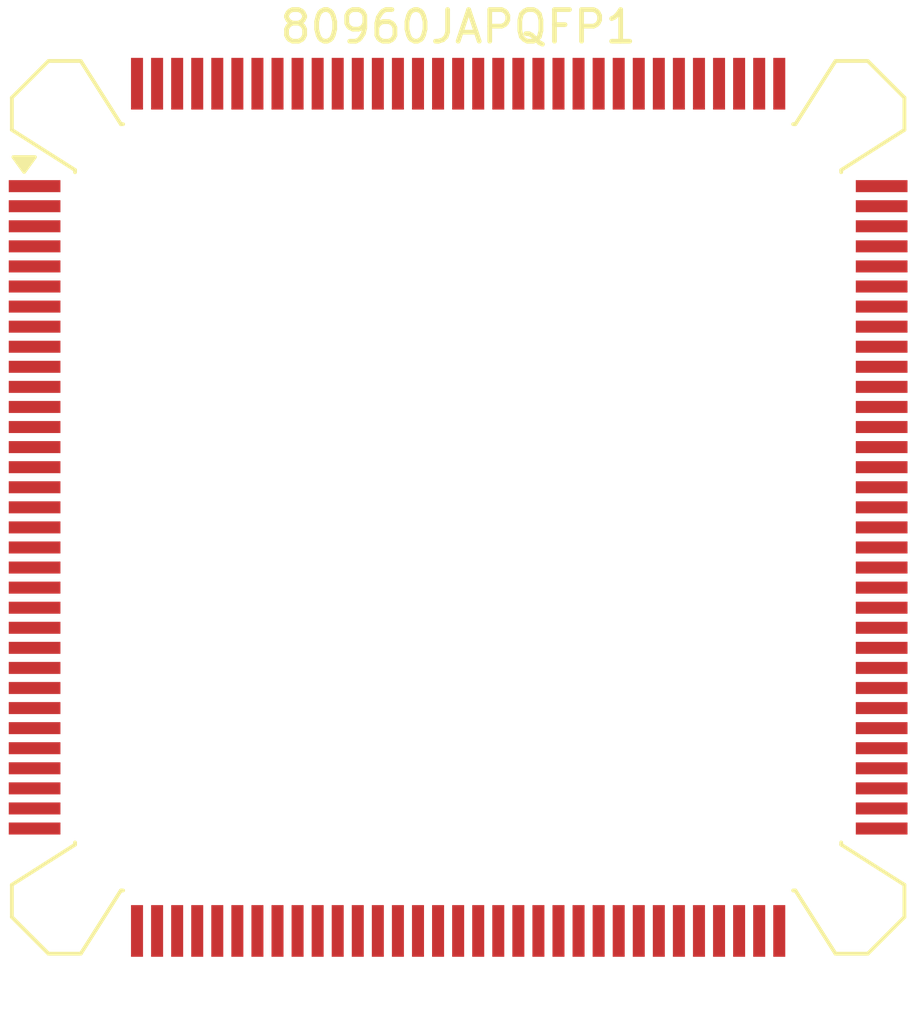
<source format=kicad_pcb>
(kicad_pcb (version 20240108) (generator "pcbnew") (generator_version "8.0")
  (layers (0 "F.Cu" signal) (31 "B.Cu" signal) (34 "B.Paste" user) (35 "F.Paste" user) (36 "B.SilkS" user "B.Silkscreen") (37 "F.SilkS" user "F.Silkscreen") (38 "B.Mask" user) (39 "F.Mask" user) (44 "Edge.Cuts" user))
  (net 0 "")
  (footprint "Package_QFP:PQFP-132_24x24mm_P0.635mm_i386" (layer "F.Cu") (at 145.94 77.65)
    (property "Reference" "80960JAPQFP1" (at 0 -15.2 0) (layer "F.SilkS"))
    (property "Value" "~")
    (fp_line (start -14.12 -12.96) (end -12.96 -14.12) (stroke (width 0.12)) (layer "F.SilkS"))
    (fp_line (start -14.12 -11.94) (end -14.12 -12.96) (stroke (width 0.12)) (layer "F.SilkS"))
    (fp_line (start -14.12 -11.94) (end -12.12 -10.67) (stroke (width 0.12)) (layer "F.SilkS"))
    (fp_line (start -14.12 11.94) (end -14.12 12.96) (stroke (width 0.12)) (layer "F.SilkS"))
    (fp_line (start -14.12 11.94) (end -12.12 10.67) (stroke (width 0.12)) (layer "F.SilkS"))
    (fp_line (start -14.12 12.96) (end -12.96 14.12) (stroke (width 0.12)) (layer "F.SilkS"))
    (fp_line (start -12.12 -10.67) (end -12.12 -10.6) (stroke (width 0.12)) (layer "F.SilkS"))
    (fp_line (start -12.12 10.67) (end -12.12 10.6) (stroke (width 0.12)) (layer "F.SilkS"))
    (fp_line (start -11.94 -14.12) (end -12.96 -14.12) (stroke (width 0.12)) (layer "F.SilkS"))
    (fp_line (start -11.94 14.12) (end -12.96 14.12) (stroke (width 0.12)) (layer "F.SilkS"))
    (fp_line (start -10.67 -12.12) (end -11.94 -14.12) (stroke (width 0.12)) (layer "F.SilkS"))
    (fp_line (start -10.67 12.12) (end -11.94 14.12) (stroke (width 0.12)) (layer "F.SilkS"))
    (fp_line (start -10.6 -12.12) (end -10.67 -12.12) (stroke (width 0.12)) (layer "F.SilkS"))
    (fp_line (start -10.6 12.12) (end -10.67 12.12) (stroke (width 0.12)) (layer "F.SilkS"))
    (fp_line (start 10.6 -12.12) (end 10.67 -12.12) (stroke (width 0.12)) (layer "F.SilkS"))
    (fp_line (start 10.6 12.12) (end 10.67 12.12) (stroke (width 0.12)) (layer "F.SilkS"))
    (fp_line (start 10.67 -12.12) (end 11.94 -14.12) (stroke (width 0.12)) (layer "F.SilkS"))
    (fp_line (start 10.67 12.12) (end 11.94 14.12) (stroke (width 0.12)) (layer "F.SilkS"))
    (fp_line (start 11.94 -14.12) (end 12.96 -14.12) (stroke (width 0.12)) (layer "F.SilkS"))
    (fp_line (start 11.94 14.12) (end 12.96 14.12) (stroke (width 0.12)) (layer "F.SilkS"))
    (fp_line (start 12.12 -10.67) (end 12.12 -10.6) (stroke (width 0.12)) (layer "F.SilkS"))
    (fp_line (start 12.12 10.67) (end 12.12 10.6) (stroke (width 0.12)) (layer "F.SilkS"))
    (fp_line (start 14.12 -12.96) (end 12.96 -14.12) (stroke (width 0.12)) (layer "F.SilkS"))
    (fp_line (start 14.12 -11.94) (end 12.12 -10.67) (stroke (width 0.12)) (layer "F.SilkS"))
    (fp_line (start 14.12 -11.94) (end 14.12 -12.96) (stroke (width 0.12)) (layer "F.SilkS"))
    (fp_line (start 14.12 11.94) (end 12.12 10.67) (stroke (width 0.12)) (layer "F.SilkS"))
    (fp_line (start 14.12 11.94) (end 14.12 12.96) (stroke (width 0.12)) (layer "F.SilkS"))
    (fp_line (start 14.12 12.96) (end 12.96 14.12) (stroke (width 0.12)) (layer "F.SilkS"))
    (fp_poly (pts (xy -13.73 -10.61) (xy -14.07 -11.08) (xy -13.39 -11.08) (xy -13.73 -10.61)) (stroke (width 0.12)) (fill solid) (layer "F.SilkS"))
    (pad "1" smd rect (at -13.4 -10.16) (size 1.635 0.38) (layers "F.Cu" "F.Paste" "F.Mask"))
    (pad "2" smd rect (at -13.4 -9.525) (size 1.635 0.38) (layers "F.Cu" "F.Paste" "F.Mask"))
    (pad "3" smd rect (at -13.4 -8.89) (size 1.635 0.38) (layers "F.Cu" "F.Paste" "F.Mask"))
    (pad "4" smd rect (at -13.4 -8.255) (size 1.635 0.38) (layers "F.Cu" "F.Paste" "F.Mask"))
    (pad "5" smd rect (at -13.4 -7.62) (size 1.635 0.38) (layers "F.Cu" "F.Paste" "F.Mask"))
    (pad "6" smd rect (at -13.4 -6.985) (size 1.635 0.38) (layers "F.Cu" "F.Paste" "F.Mask"))
    (pad "7" smd rect (at -13.4 -6.35) (size 1.635 0.38) (layers "F.Cu" "F.Paste" "F.Mask"))
    (pad "8" smd rect (at -13.4 -5.715) (size 1.635 0.38) (layers "F.Cu" "F.Paste" "F.Mask"))
    (pad "9" smd rect (at -13.4 -5.08) (size 1.635 0.38) (layers "F.Cu" "F.Paste" "F.Mask"))
    (pad "10" smd rect (at -13.4 -4.445) (size 1.635 0.38) (layers "F.Cu" "F.Paste" "F.Mask"))
    (pad "11" smd rect (at -13.4 -3.81) (size 1.635 0.38) (layers "F.Cu" "F.Paste" "F.Mask"))
    (pad "12" smd rect (at -13.4 -3.175) (size 1.635 0.38) (layers "F.Cu" "F.Paste" "F.Mask"))
    (pad "13" smd rect (at -13.4 -2.54) (size 1.635 0.38) (layers "F.Cu" "F.Paste" "F.Mask"))
    (pad "14" smd rect (at -13.4 -1.905) (size 1.635 0.38) (layers "F.Cu" "F.Paste" "F.Mask"))
    (pad "15" smd rect (at -13.4 -1.27) (size 1.635 0.38) (layers "F.Cu" "F.Paste" "F.Mask"))
    (pad "16" smd rect (at -13.4 -0.635) (size 1.635 0.38) (layers "F.Cu" "F.Paste" "F.Mask"))
    (pad "17" smd rect (at -13.4 0) (size 1.635 0.38) (layers "F.Cu" "F.Paste" "F.Mask"))
    (pad "18" smd rect (at -13.4 0.635) (size 1.635 0.38) (layers "F.Cu" "F.Paste" "F.Mask"))
    (pad "19" smd rect (at -13.4 1.27) (size 1.635 0.38) (layers "F.Cu" "F.Paste" "F.Mask"))
    (pad "20" smd rect (at -13.4 1.905) (size 1.635 0.38) (layers "F.Cu" "F.Paste" "F.Mask"))
    (pad "21" smd rect (at -13.4 2.54) (size 1.635 0.38) (layers "F.Cu" "F.Paste" "F.Mask"))
    (pad "22" smd rect (at -13.4 3.175) (size 1.635 0.38) (layers "F.Cu" "F.Paste" "F.Mask"))
    (pad "23" smd rect (at -13.4 3.81) (size 1.635 0.38) (layers "F.Cu" "F.Paste" "F.Mask"))
    (pad "24" smd rect (at -13.4 4.445) (size 1.635 0.38) (layers "F.Cu" "F.Paste" "F.Mask"))
    (pad "25" smd rect (at -13.4 5.08) (size 1.635 0.38) (layers "F.Cu" "F.Paste" "F.Mask"))
    (pad "26" smd rect (at -13.4 5.715) (size 1.635 0.38) (layers "F.Cu" "F.Paste" "F.Mask"))
    (pad "27" smd rect (at -13.4 6.35) (size 1.635 0.38) (layers "F.Cu" "F.Paste" "F.Mask"))
    (pad "28" smd rect (at -13.4 6.985) (size 1.635 0.38) (layers "F.Cu" "F.Paste" "F.Mask"))
    (pad "29" smd rect (at -13.4 7.62) (size 1.635 0.38) (layers "F.Cu" "F.Paste" "F.Mask"))
    (pad "30" smd rect (at -13.4 8.255) (size 1.635 0.38) (layers "F.Cu" "F.Paste" "F.Mask"))
    (pad "31" smd rect (at -13.4 8.89) (size 1.635 0.38) (layers "F.Cu" "F.Paste" "F.Mask"))
    (pad "32" smd rect (at -13.4 9.525) (size 1.635 0.38) (layers "F.Cu" "F.Paste" "F.Mask"))
    (pad "33" smd rect (at -13.4 10.16) (size 1.635 0.38) (layers "F.Cu" "F.Paste" "F.Mask"))
    (pad "34" smd rect (at -10.16 13.4) (size 0.38 1.635) (layers "F.Cu" "F.Paste" "F.Mask"))
    (pad "35" smd rect (at -9.525 13.4) (size 0.38 1.635) (layers "F.Cu" "F.Paste" "F.Mask"))
    (pad "36" smd rect (at -8.89 13.4) (size 0.38 1.635) (layers "F.Cu" "F.Paste" "F.Mask"))
    (pad "37" smd rect (at -8.255 13.4) (size 0.38 1.635) (layers "F.Cu" "F.Paste" "F.Mask"))
    (pad "38" smd rect (at -7.62 13.4) (size 0.38 1.635) (layers "F.Cu" "F.Paste" "F.Mask"))
    (pad "39" smd rect (at -6.985 13.4) (size 0.38 1.635) (layers "F.Cu" "F.Paste" "F.Mask"))
    (pad "40" smd rect (at -6.35 13.4) (size 0.38 1.635) (layers "F.Cu" "F.Paste" "F.Mask"))
    (pad "41" smd rect (at -5.715 13.4) (size 0.38 1.635) (layers "F.Cu" "F.Paste" "F.Mask"))
    (pad "42" smd rect (at -5.08 13.4) (size 0.38 1.635) (layers "F.Cu" "F.Paste" "F.Mask"))
    (pad "43" smd rect (at -4.445 13.4) (size 0.38 1.635) (layers "F.Cu" "F.Paste" "F.Mask"))
    (pad "44" smd rect (at -3.81 13.4) (size 0.38 1.635) (layers "F.Cu" "F.Paste" "F.Mask"))
    (pad "45" smd rect (at -3.175 13.4) (size 0.38 1.635) (layers "F.Cu" "F.Paste" "F.Mask"))
    (pad "46" smd rect (at -2.54 13.4) (size 0.38 1.635) (layers "F.Cu" "F.Paste" "F.Mask"))
    (pad "47" smd rect (at -1.905 13.4) (size 0.38 1.635) (layers "F.Cu" "F.Paste" "F.Mask"))
    (pad "48" smd rect (at -1.27 13.4) (size 0.38 1.635) (layers "F.Cu" "F.Paste" "F.Mask"))
    (pad "49" smd rect (at -0.635 13.4) (size 0.38 1.635) (layers "F.Cu" "F.Paste" "F.Mask"))
    (pad "50" smd rect (at 0 13.4) (size 0.38 1.635) (layers "F.Cu" "F.Paste" "F.Mask"))
    (pad "51" smd rect (at 0.635 13.4) (size 0.38 1.635) (layers "F.Cu" "F.Paste" "F.Mask"))
    (pad "52" smd rect (at 1.27 13.4) (size 0.38 1.635) (layers "F.Cu" "F.Paste" "F.Mask"))
    (pad "53" smd rect (at 1.905 13.4) (size 0.38 1.635) (layers "F.Cu" "F.Paste" "F.Mask"))
    (pad "54" smd rect (at 2.54 13.4) (size 0.38 1.635) (layers "F.Cu" "F.Paste" "F.Mask"))
    (pad "55" smd rect (at 3.175 13.4) (size 0.38 1.635) (layers "F.Cu" "F.Paste" "F.Mask"))
    (pad "56" smd rect (at 3.81 13.4) (size 0.38 1.635) (layers "F.Cu" "F.Paste" "F.Mask"))
    (pad "57" smd rect (at 4.445 13.4) (size 0.38 1.635) (layers "F.Cu" "F.Paste" "F.Mask"))
    (pad "58" smd rect (at 5.08 13.4) (size 0.38 1.635) (layers "F.Cu" "F.Paste" "F.Mask"))
    (pad "59" smd rect (at 5.715 13.4) (size 0.38 1.635) (layers "F.Cu" "F.Paste" "F.Mask"))
    (pad "60" smd rect (at 6.35 13.4) (size 0.38 1.635) (layers "F.Cu" "F.Paste" "F.Mask"))
    (pad "61" smd rect (at 6.985 13.4) (size 0.38 1.635) (layers "F.Cu" "F.Paste" "F.Mask"))
    (pad "62" smd rect (at 7.62 13.4) (size 0.38 1.635) (layers "F.Cu" "F.Paste" "F.Mask"))
    (pad "63" smd rect (at 8.255 13.4) (size 0.38 1.635) (layers "F.Cu" "F.Paste" "F.Mask"))
    (pad "64" smd rect (at 8.89 13.4) (size 0.38 1.635) (layers "F.Cu" "F.Paste" "F.Mask"))
    (pad "65" smd rect (at 9.525 13.4) (size 0.38 1.635) (layers "F.Cu" "F.Paste" "F.Mask"))
    (pad "66" smd rect (at 10.16 13.4) (size 0.38 1.635) (layers "F.Cu" "F.Paste" "F.Mask"))
    (pad "67" smd rect (at 13.4 10.16) (size 1.635 0.38) (layers "F.Cu" "F.Paste" "F.Mask"))
    (pad "68" smd rect (at 13.4 9.525) (size 1.635 0.38) (layers "F.Cu" "F.Paste" "F.Mask"))
    (pad "69" smd rect (at 13.4 8.89) (size 1.635 0.38) (layers "F.Cu" "F.Paste" "F.Mask"))
    (pad "70" smd rect (at 13.4 8.255) (size 1.635 0.38) (layers "F.Cu" "F.Paste" "F.Mask"))
    (pad "71" smd rect (at 13.4 7.62) (size 1.635 0.38) (layers "F.Cu" "F.Paste" "F.Mask"))
    (pad "72" smd rect (at 13.4 6.985) (size 1.635 0.38) (layers "F.Cu" "F.Paste" "F.Mask"))
    (pad "73" smd rect (at 13.4 6.35) (size 1.635 0.38) (layers "F.Cu" "F.Paste" "F.Mask"))
    (pad "74" smd rect (at 13.4 5.715) (size 1.635 0.38) (layers "F.Cu" "F.Paste" "F.Mask"))
    (pad "75" smd rect (at 13.4 5.08) (size 1.635 0.38) (layers "F.Cu" "F.Paste" "F.Mask"))
    (pad "76" smd rect (at 13.4 4.445) (size 1.635 0.38) (layers "F.Cu" "F.Paste" "F.Mask"))
    (pad "77" smd rect (at 13.4 3.81) (size 1.635 0.38) (layers "F.Cu" "F.Paste" "F.Mask"))
    (pad "78" smd rect (at 13.4 3.175) (size 1.635 0.38) (layers "F.Cu" "F.Paste" "F.Mask"))
    (pad "79" smd rect (at 13.4 2.54) (size 1.635 0.38) (layers "F.Cu" "F.Paste" "F.Mask"))
    (pad "80" smd rect (at 13.4 1.905) (size 1.635 0.38) (layers "F.Cu" "F.Paste" "F.Mask"))
    (pad "81" smd rect (at 13.4 1.27) (size 1.635 0.38) (layers "F.Cu" "F.Paste" "F.Mask"))
    (pad "82" smd rect (at 13.4 0.635) (size 1.635 0.38) (layers "F.Cu" "F.Paste" "F.Mask"))
    (pad "83" smd rect (at 13.4 0) (size 1.635 0.38) (layers "F.Cu" "F.Paste" "F.Mask"))
    (pad "84" smd rect (at 13.4 -0.635) (size 1.635 0.38) (layers "F.Cu" "F.Paste" "F.Mask"))
    (pad "85" smd rect (at 13.4 -1.27) (size 1.635 0.38) (layers "F.Cu" "F.Paste" "F.Mask"))
    (pad "86" smd rect (at 13.4 -1.905) (size 1.635 0.38) (layers "F.Cu" "F.Paste" "F.Mask"))
    (pad "87" smd rect (at 13.4 -2.54) (size 1.635 0.38) (layers "F.Cu" "F.Paste" "F.Mask"))
    (pad "88" smd rect (at 13.4 -3.175) (size 1.635 0.38) (layers "F.Cu" "F.Paste" "F.Mask"))
    (pad "89" smd rect (at 13.4 -3.81) (size 1.635 0.38) (layers "F.Cu" "F.Paste" "F.Mask"))
    (pad "90" smd rect (at 13.4 -4.445) (size 1.635 0.38) (layers "F.Cu" "F.Paste" "F.Mask"))
    (pad "91" smd rect (at 13.4 -5.08) (size 1.635 0.38) (layers "F.Cu" "F.Paste" "F.Mask"))
    (pad "92" smd rect (at 13.4 -5.715) (size 1.635 0.38) (layers "F.Cu" "F.Paste" "F.Mask"))
    (pad "93" smd rect (at 13.4 -6.35) (size 1.635 0.38) (layers "F.Cu" "F.Paste" "F.Mask"))
    (pad "94" smd rect (at 13.4 -6.985) (size 1.635 0.38) (layers "F.Cu" "F.Paste" "F.Mask"))
    (pad "95" smd rect (at 13.4 -7.62) (size 1.635 0.38) (layers "F.Cu" "F.Paste" "F.Mask"))
    (pad "96" smd rect (at 13.4 -8.255) (size 1.635 0.38) (layers "F.Cu" "F.Paste" "F.Mask"))
    (pad "97" smd rect (at 13.4 -8.89) (size 1.635 0.38) (layers "F.Cu" "F.Paste" "F.Mask"))
    (pad "98" smd rect (at 13.4 -9.525) (size 1.635 0.38) (layers "F.Cu" "F.Paste" "F.Mask"))
    (pad "99" smd rect (at 13.4 -10.16) (size 1.635 0.38) (layers "F.Cu" "F.Paste" "F.Mask"))
    (pad "100" smd rect (at 10.16 -13.4) (size 0.38 1.635) (layers "F.Cu" "F.Paste" "F.Mask"))
    (pad "101" smd rect (at 9.525 -13.4) (size 0.38 1.635) (layers "F.Cu" "F.Paste" "F.Mask"))
    (pad "102" smd rect (at 8.89 -13.4) (size 0.38 1.635) (layers "F.Cu" "F.Paste" "F.Mask"))
    (pad "103" smd rect (at 8.255 -13.4) (size 0.38 1.635) (layers "F.Cu" "F.Paste" "F.Mask"))
    (pad "104" smd rect (at 7.62 -13.4) (size 0.38 1.635) (layers "F.Cu" "F.Paste" "F.Mask"))
    (pad "105" smd rect (at 6.985 -13.4) (size 0.38 1.635) (layers "F.Cu" "F.Paste" "F.Mask"))
    (pad "106" smd rect (at 6.35 -13.4) (size 0.38 1.635) (layers "F.Cu" "F.Paste" "F.Mask"))
    (pad "107" smd rect (at 5.715 -13.4) (size 0.38 1.635) (layers "F.Cu" "F.Paste" "F.Mask"))
    (pad "108" smd rect (at 5.08 -13.4) (size 0.38 1.635) (layers "F.Cu" "F.Paste" "F.Mask"))
    (pad "109" smd rect (at 4.445 -13.4) (size 0.38 1.635) (layers "F.Cu" "F.Paste" "F.Mask"))
    (pad "110" smd rect (at 3.81 -13.4) (size 0.38 1.635) (layers "F.Cu" "F.Paste" "F.Mask"))
    (pad "111" smd rect (at 3.175 -13.4) (size 0.38 1.635) (layers "F.Cu" "F.Paste" "F.Mask"))
    (pad "112" smd rect (at 2.54 -13.4) (size 0.38 1.635) (layers "F.Cu" "F.Paste" "F.Mask"))
    (pad "113" smd rect (at 1.905 -13.4) (size 0.38 1.635) (layers "F.Cu" "F.Paste" "F.Mask"))
    (pad "114" smd rect (at 1.27 -13.4) (size 0.38 1.635) (layers "F.Cu" "F.Paste" "F.Mask"))
    (pad "115" smd rect (at 0.635 -13.4) (size 0.38 1.635) (layers "F.Cu" "F.Paste" "F.Mask"))
    (pad "116" smd rect (at 0 -13.4) (size 0.38 1.635) (layers "F.Cu" "F.Paste" "F.Mask"))
    (pad "117" smd rect (at -0.635 -13.4) (size 0.38 1.635) (layers "F.Cu" "F.Paste" "F.Mask"))
    (pad "118" smd rect (at -1.27 -13.4) (size 0.38 1.635) (layers "F.Cu" "F.Paste" "F.Mask"))
    (pad "119" smd rect (at -1.905 -13.4) (size 0.38 1.635) (layers "F.Cu" "F.Paste" "F.Mask"))
    (pad "120" smd rect (at -2.54 -13.4) (size 0.38 1.635) (layers "F.Cu" "F.Paste" "F.Mask"))
    (pad "121" smd rect (at -3.175 -13.4) (size 0.38 1.635) (layers "F.Cu" "F.Paste" "F.Mask"))
    (pad "122" smd rect (at -3.81 -13.4) (size 0.38 1.635) (layers "F.Cu" "F.Paste" "F.Mask"))
    (pad "123" smd rect (at -4.445 -13.4) (size 0.38 1.635) (layers "F.Cu" "F.Paste" "F.Mask"))
    (pad "124" smd rect (at -5.08 -13.4) (size 0.38 1.635) (layers "F.Cu" "F.Paste" "F.Mask"))
    (pad "125" smd rect (at -5.715 -13.4) (size 0.38 1.635) (layers "F.Cu" "F.Paste" "F.Mask"))
    (pad "126" smd rect (at -6.35 -13.4) (size 0.38 1.635) (layers "F.Cu" "F.Paste" "F.Mask"))
    (pad "127" smd rect (at -6.985 -13.4) (size 0.38 1.635) (layers "F.Cu" "F.Paste" "F.Mask"))
    (pad "128" smd rect (at -7.62 -13.4) (size 0.38 1.635) (layers "F.Cu" "F.Paste" "F.Mask"))
    (pad "129" smd rect (at -8.255 -13.4) (size 0.38 1.635) (layers "F.Cu" "F.Paste" "F.Mask"))
    (pad "130" smd rect (at -8.89 -13.4) (size 0.38 1.635) (layers "F.Cu" "F.Paste" "F.Mask"))
    (pad "131" smd rect (at -9.525 -13.4) (size 0.38 1.635) (layers "F.Cu" "F.Paste" "F.Mask"))
    (pad "132" smd rect (at -10.16 -13.4) (size 0.38 1.635) (layers "F.Cu" "F.Paste" "F.Mask"))
  )
)
</source>
